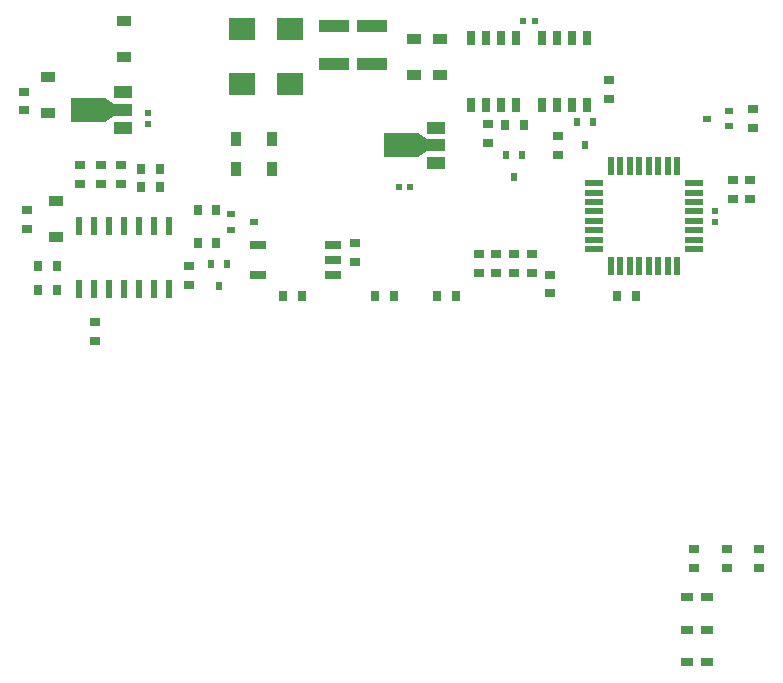
<source format=gtp>
%TF.GenerationSoftware,KiCad,Pcbnew,(5.1.12)-1*%
%TF.CreationDate,2022-05-11T19:33:38+09:00*%
%TF.ProjectId,RailcomSwitchChanger,5261696c-636f-46d5-9377-697463684368,rev?*%
%TF.SameCoordinates,PX632ea00PY7459280*%
%TF.FileFunction,Paste,Top*%
%TF.FilePolarity,Positive*%
%FSLAX46Y46*%
G04 Gerber Fmt 4.6, Leading zero omitted, Abs format (unit mm)*
G04 Created by KiCad (PCBNEW (5.1.12)-1) date 2022-05-11 19:33:38*
%MOMM*%
%LPD*%
G01*
G04 APERTURE LIST*
%ADD10R,0.500000X0.550000*%
%ADD11R,0.550000X0.500000*%
%ADD12R,0.800000X1.300000*%
%ADD13R,0.700000X0.900000*%
%ADD14R,0.550000X1.600000*%
%ADD15R,1.600000X0.550000*%
%ADD16R,0.600000X1.550000*%
%ADD17R,2.200000X1.850000*%
%ADD18R,1.200000X0.850000*%
%ADD19R,0.850000X1.200000*%
%ADD20R,1.000000X0.800000*%
%ADD21R,0.800000X0.600000*%
%ADD22R,0.600000X0.800000*%
%ADD23R,2.500000X1.000000*%
%ADD24R,0.900000X0.700000*%
%ADD25C,0.100000*%
%ADD26R,3.000000X2.000000*%
%ADD27R,1.500000X1.000000*%
%ADD28R,1.400000X0.800000*%
G04 APERTURE END LIST*
D10*
%TO.C,C4*%
X13000000Y49225000D03*
X13000000Y48275000D03*
%TD*%
D11*
%TO.C,C11*%
X34275000Y43000000D03*
X35225000Y43000000D03*
%TD*%
D10*
%TO.C,C13*%
X61000000Y40975000D03*
X61000000Y40025000D03*
%TD*%
D11*
%TO.C,C15*%
X44775000Y57000000D03*
X45725000Y57000000D03*
%TD*%
D12*
%TO.C,Q11*%
X46345000Y49950000D03*
X47615000Y49950000D03*
X48885000Y49950000D03*
X50155000Y49950000D03*
X50155000Y55550000D03*
X48885000Y55550000D03*
X47615000Y55550000D03*
X46345000Y55550000D03*
%TD*%
D13*
%TO.C,R22*%
X44800000Y48250000D03*
X43200000Y48250000D03*
%TD*%
D14*
%TO.C,U11*%
X57800000Y44750000D03*
X57000000Y44750000D03*
X56200000Y44750000D03*
X55400000Y44750000D03*
X54600000Y44750000D03*
X53800000Y44750000D03*
X53000000Y44750000D03*
X52200000Y44750000D03*
D15*
X50750000Y43300000D03*
X50750000Y42500000D03*
X50750000Y41700000D03*
X50750000Y40900000D03*
X50750000Y40100000D03*
X50750000Y39300000D03*
X50750000Y38500000D03*
X50750000Y37700000D03*
D14*
X52200000Y36250000D03*
X53000000Y36250000D03*
X53800000Y36250000D03*
X54600000Y36250000D03*
X55400000Y36250000D03*
X56200000Y36250000D03*
X57000000Y36250000D03*
X57800000Y36250000D03*
D15*
X59250000Y37700000D03*
X59250000Y38500000D03*
X59250000Y39300000D03*
X59250000Y40100000D03*
X59250000Y40900000D03*
X59250000Y41700000D03*
X59250000Y42500000D03*
X59250000Y43300000D03*
%TD*%
D16*
%TO.C,U2*%
X14810000Y34300000D03*
X14810000Y39700000D03*
X13540000Y34300000D03*
X13540000Y39700000D03*
X12270000Y34300000D03*
X12270000Y39700000D03*
X11000000Y34300000D03*
X11000000Y39700000D03*
X9730000Y34300000D03*
X9730000Y39700000D03*
X8460000Y34300000D03*
X8460000Y39700000D03*
X7190000Y34300000D03*
X7190000Y39700000D03*
%TD*%
D17*
%TO.C,D1*%
X21000000Y51675000D03*
X21000000Y56325000D03*
%TD*%
%TO.C,D2*%
X25000000Y51675000D03*
X25000000Y56325000D03*
%TD*%
D18*
%TO.C,D3*%
X11000000Y53975000D03*
X11000000Y57025000D03*
%TD*%
%TO.C,D4*%
X4500000Y49225000D03*
X4500000Y52275000D03*
%TD*%
%TO.C,D5*%
X5250000Y38725000D03*
X5250000Y41775000D03*
%TD*%
%TO.C,D11*%
X35500000Y55525000D03*
X35500000Y52475000D03*
%TD*%
D19*
%TO.C,D12*%
X20475000Y47000000D03*
X23525000Y47000000D03*
%TD*%
D18*
%TO.C,D13*%
X37750000Y55525000D03*
X37750000Y52475000D03*
%TD*%
D19*
%TO.C,D14*%
X20475000Y44500000D03*
X23525000Y44500000D03*
%TD*%
D20*
%TO.C,D16*%
X60350000Y8250000D03*
X58650000Y8250000D03*
%TD*%
%TO.C,D17*%
X58650000Y5500000D03*
X60350000Y5500000D03*
%TD*%
%TO.C,D18*%
X58650000Y2750000D03*
X60350000Y2750000D03*
%TD*%
D21*
%TO.C,Q1*%
X20050000Y40650000D03*
X20050000Y39350000D03*
X21950000Y40000000D03*
%TD*%
D22*
%TO.C,Q2*%
X19000000Y34550000D03*
X18350000Y36450000D03*
X19650000Y36450000D03*
%TD*%
D12*
%TO.C,Q12*%
X40345000Y49950000D03*
X41615000Y49950000D03*
X42885000Y49950000D03*
X44155000Y49950000D03*
X44155000Y55550000D03*
X42885000Y55550000D03*
X41615000Y55550000D03*
X40345000Y55550000D03*
%TD*%
D22*
%TO.C,Q13*%
X50000000Y46550000D03*
X49350000Y48450000D03*
X50650000Y48450000D03*
%TD*%
%TO.C,Q14*%
X44650000Y45700000D03*
X43350000Y45700000D03*
X44000000Y43800000D03*
%TD*%
D23*
%TO.C,R1*%
X28750000Y56600000D03*
X28750000Y53400000D03*
%TD*%
%TO.C,R2*%
X32000000Y53400000D03*
X32000000Y56600000D03*
%TD*%
D24*
%TO.C,R3*%
X2500000Y51050000D03*
X2500000Y49450000D03*
%TD*%
%TO.C,R4*%
X2750000Y41050000D03*
X2750000Y39450000D03*
%TD*%
%TO.C,R5*%
X10750000Y44800000D03*
X10750000Y43200000D03*
%TD*%
%TO.C,R6*%
X9000000Y43200000D03*
X9000000Y44800000D03*
%TD*%
%TO.C,R7*%
X7250000Y44800000D03*
X7250000Y43200000D03*
%TD*%
D13*
%TO.C,R8*%
X3700000Y36250000D03*
X5300000Y36250000D03*
%TD*%
%TO.C,R9*%
X3700000Y34250000D03*
X5300000Y34250000D03*
%TD*%
D24*
%TO.C,R10*%
X8500000Y29950000D03*
X8500000Y31550000D03*
%TD*%
D13*
%TO.C,R11*%
X12450000Y43000000D03*
X14050000Y43000000D03*
%TD*%
%TO.C,R12*%
X12450000Y44500000D03*
X14050000Y44500000D03*
%TD*%
D24*
%TO.C,R15*%
X16500000Y36300000D03*
X16500000Y34700000D03*
%TD*%
D13*
%TO.C,R16*%
X17200000Y41000000D03*
X18800000Y41000000D03*
%TD*%
%TO.C,R17*%
X18800000Y38250000D03*
X17200000Y38250000D03*
%TD*%
D24*
%TO.C,R21*%
X52000000Y52050000D03*
X52000000Y50450000D03*
%TD*%
%TO.C,R23*%
X47750000Y47300000D03*
X47750000Y45700000D03*
%TD*%
%TO.C,R24*%
X41750000Y46700000D03*
X41750000Y48300000D03*
%TD*%
%TO.C,R25*%
X62500000Y41950000D03*
X62500000Y43550000D03*
%TD*%
%TO.C,R26*%
X64000000Y43550000D03*
X64000000Y41950000D03*
%TD*%
D13*
%TO.C,R27*%
X24450000Y33750000D03*
X26050000Y33750000D03*
%TD*%
%TO.C,R28*%
X52700000Y33750000D03*
X54300000Y33750000D03*
%TD*%
%TO.C,R31*%
X33800000Y33750000D03*
X32200000Y33750000D03*
%TD*%
D24*
%TO.C,R32*%
X41000000Y37300000D03*
X41000000Y35700000D03*
%TD*%
%TO.C,R33*%
X42500000Y37300000D03*
X42500000Y35700000D03*
%TD*%
%TO.C,R34*%
X44000000Y35700000D03*
X44000000Y37300000D03*
%TD*%
%TO.C,R35*%
X45500000Y37300000D03*
X45500000Y35700000D03*
%TD*%
D13*
%TO.C,R36*%
X37450000Y33750000D03*
X39050000Y33750000D03*
%TD*%
D24*
%TO.C,R37*%
X47000000Y35550000D03*
X47000000Y33950000D03*
%TD*%
%TO.C,R38*%
X59250000Y12300000D03*
X59250000Y10700000D03*
%TD*%
%TO.C,R39*%
X62000000Y10700000D03*
X62000000Y12300000D03*
%TD*%
%TO.C,R40*%
X64750000Y12300000D03*
X64750000Y10700000D03*
%TD*%
D25*
%TO.C,U1*%
G36*
X10100000Y49000000D02*
G01*
X9400000Y48500000D01*
X9400000Y50500000D01*
X10100000Y50000000D01*
X10100000Y49000000D01*
G37*
D26*
X7900000Y49500000D03*
D27*
X10850000Y51000000D03*
X10850000Y49500000D03*
X10850000Y48000000D03*
%TD*%
%TO.C,U12*%
X37350000Y45000000D03*
X37350000Y46500000D03*
X37350000Y48000000D03*
D26*
X34400000Y46500000D03*
D25*
G36*
X36600000Y46000000D02*
G01*
X35900000Y45500000D01*
X35900000Y47500000D01*
X36600000Y47000000D01*
X36600000Y46000000D01*
G37*
%TD*%
D28*
%TO.C,U13*%
X22350000Y38020000D03*
X22350000Y35480000D03*
X28650000Y35480000D03*
X28650000Y36750000D03*
X28650000Y38020000D03*
%TD*%
D24*
%TO.C,R41*%
X64250000Y47950000D03*
X64250000Y49550000D03*
%TD*%
D21*
%TO.C,Q15*%
X62200000Y48100000D03*
X62200000Y49400000D03*
X60300000Y48750000D03*
%TD*%
D24*
%TO.C,R18*%
X30500000Y38200000D03*
X30500000Y36600000D03*
%TD*%
M02*

</source>
